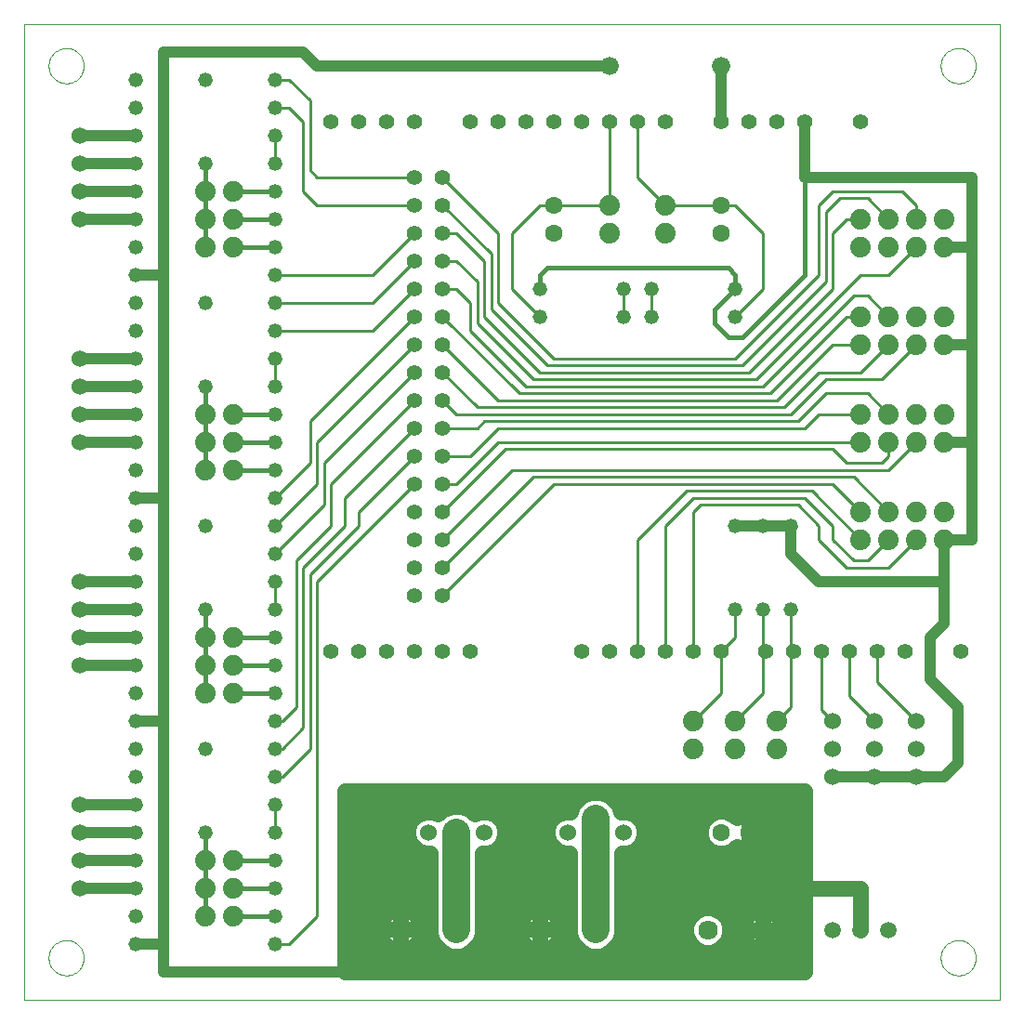
<source format=gbr>
G75*
G70*
%OFA0B0*%
%FSLAX24Y24*%
%IPPOS*%
%LPD*%
%AMOC8*
5,1,8,0,0,1.08239X$1,22.5*
%
%ADD10C,0.0000*%
%ADD11C,0.0600*%
%ADD12C,0.0554*%
%ADD13C,0.0705*%
%ADD14C,0.0787*%
%ADD15C,0.0630*%
%ADD16C,0.0660*%
%ADD17C,0.0594*%
%ADD18C,0.0520*%
%ADD19C,0.0740*%
%ADD20C,0.0400*%
%ADD21C,0.0160*%
%ADD22C,0.0560*%
%ADD23C,0.1000*%
%ADD24C,0.0100*%
%ADD25C,0.0094*%
D10*
X000101Y000101D02*
X035101Y000101D01*
X035101Y035101D01*
X000101Y035101D01*
X000101Y000101D01*
X000971Y001601D02*
X000973Y001651D01*
X000979Y001701D01*
X000989Y001750D01*
X001003Y001798D01*
X001020Y001845D01*
X001041Y001890D01*
X001066Y001934D01*
X001094Y001975D01*
X001126Y002014D01*
X001160Y002051D01*
X001197Y002085D01*
X001237Y002115D01*
X001279Y002142D01*
X001323Y002166D01*
X001369Y002187D01*
X001416Y002203D01*
X001464Y002216D01*
X001514Y002225D01*
X001563Y002230D01*
X001614Y002231D01*
X001664Y002228D01*
X001713Y002221D01*
X001762Y002210D01*
X001810Y002195D01*
X001856Y002177D01*
X001901Y002155D01*
X001944Y002129D01*
X001985Y002100D01*
X002024Y002068D01*
X002060Y002033D01*
X002092Y001995D01*
X002122Y001955D01*
X002149Y001912D01*
X002172Y001868D01*
X002191Y001822D01*
X002207Y001774D01*
X002219Y001725D01*
X002227Y001676D01*
X002231Y001626D01*
X002231Y001576D01*
X002227Y001526D01*
X002219Y001477D01*
X002207Y001428D01*
X002191Y001380D01*
X002172Y001334D01*
X002149Y001290D01*
X002122Y001247D01*
X002092Y001207D01*
X002060Y001169D01*
X002024Y001134D01*
X001985Y001102D01*
X001944Y001073D01*
X001901Y001047D01*
X001856Y001025D01*
X001810Y001007D01*
X001762Y000992D01*
X001713Y000981D01*
X001664Y000974D01*
X001614Y000971D01*
X001563Y000972D01*
X001514Y000977D01*
X001464Y000986D01*
X001416Y000999D01*
X001369Y001015D01*
X001323Y001036D01*
X001279Y001060D01*
X001237Y001087D01*
X001197Y001117D01*
X001160Y001151D01*
X001126Y001188D01*
X001094Y001227D01*
X001066Y001268D01*
X001041Y001312D01*
X001020Y001357D01*
X001003Y001404D01*
X000989Y001452D01*
X000979Y001501D01*
X000973Y001551D01*
X000971Y001601D01*
X032971Y001601D02*
X032973Y001651D01*
X032979Y001701D01*
X032989Y001750D01*
X033003Y001798D01*
X033020Y001845D01*
X033041Y001890D01*
X033066Y001934D01*
X033094Y001975D01*
X033126Y002014D01*
X033160Y002051D01*
X033197Y002085D01*
X033237Y002115D01*
X033279Y002142D01*
X033323Y002166D01*
X033369Y002187D01*
X033416Y002203D01*
X033464Y002216D01*
X033514Y002225D01*
X033563Y002230D01*
X033614Y002231D01*
X033664Y002228D01*
X033713Y002221D01*
X033762Y002210D01*
X033810Y002195D01*
X033856Y002177D01*
X033901Y002155D01*
X033944Y002129D01*
X033985Y002100D01*
X034024Y002068D01*
X034060Y002033D01*
X034092Y001995D01*
X034122Y001955D01*
X034149Y001912D01*
X034172Y001868D01*
X034191Y001822D01*
X034207Y001774D01*
X034219Y001725D01*
X034227Y001676D01*
X034231Y001626D01*
X034231Y001576D01*
X034227Y001526D01*
X034219Y001477D01*
X034207Y001428D01*
X034191Y001380D01*
X034172Y001334D01*
X034149Y001290D01*
X034122Y001247D01*
X034092Y001207D01*
X034060Y001169D01*
X034024Y001134D01*
X033985Y001102D01*
X033944Y001073D01*
X033901Y001047D01*
X033856Y001025D01*
X033810Y001007D01*
X033762Y000992D01*
X033713Y000981D01*
X033664Y000974D01*
X033614Y000971D01*
X033563Y000972D01*
X033514Y000977D01*
X033464Y000986D01*
X033416Y000999D01*
X033369Y001015D01*
X033323Y001036D01*
X033279Y001060D01*
X033237Y001087D01*
X033197Y001117D01*
X033160Y001151D01*
X033126Y001188D01*
X033094Y001227D01*
X033066Y001268D01*
X033041Y001312D01*
X033020Y001357D01*
X033003Y001404D01*
X032989Y001452D01*
X032979Y001501D01*
X032973Y001551D01*
X032971Y001601D01*
X032971Y033601D02*
X032973Y033651D01*
X032979Y033701D01*
X032989Y033750D01*
X033003Y033798D01*
X033020Y033845D01*
X033041Y033890D01*
X033066Y033934D01*
X033094Y033975D01*
X033126Y034014D01*
X033160Y034051D01*
X033197Y034085D01*
X033237Y034115D01*
X033279Y034142D01*
X033323Y034166D01*
X033369Y034187D01*
X033416Y034203D01*
X033464Y034216D01*
X033514Y034225D01*
X033563Y034230D01*
X033614Y034231D01*
X033664Y034228D01*
X033713Y034221D01*
X033762Y034210D01*
X033810Y034195D01*
X033856Y034177D01*
X033901Y034155D01*
X033944Y034129D01*
X033985Y034100D01*
X034024Y034068D01*
X034060Y034033D01*
X034092Y033995D01*
X034122Y033955D01*
X034149Y033912D01*
X034172Y033868D01*
X034191Y033822D01*
X034207Y033774D01*
X034219Y033725D01*
X034227Y033676D01*
X034231Y033626D01*
X034231Y033576D01*
X034227Y033526D01*
X034219Y033477D01*
X034207Y033428D01*
X034191Y033380D01*
X034172Y033334D01*
X034149Y033290D01*
X034122Y033247D01*
X034092Y033207D01*
X034060Y033169D01*
X034024Y033134D01*
X033985Y033102D01*
X033944Y033073D01*
X033901Y033047D01*
X033856Y033025D01*
X033810Y033007D01*
X033762Y032992D01*
X033713Y032981D01*
X033664Y032974D01*
X033614Y032971D01*
X033563Y032972D01*
X033514Y032977D01*
X033464Y032986D01*
X033416Y032999D01*
X033369Y033015D01*
X033323Y033036D01*
X033279Y033060D01*
X033237Y033087D01*
X033197Y033117D01*
X033160Y033151D01*
X033126Y033188D01*
X033094Y033227D01*
X033066Y033268D01*
X033041Y033312D01*
X033020Y033357D01*
X033003Y033404D01*
X032989Y033452D01*
X032979Y033501D01*
X032973Y033551D01*
X032971Y033601D01*
X000971Y033601D02*
X000973Y033651D01*
X000979Y033701D01*
X000989Y033750D01*
X001003Y033798D01*
X001020Y033845D01*
X001041Y033890D01*
X001066Y033934D01*
X001094Y033975D01*
X001126Y034014D01*
X001160Y034051D01*
X001197Y034085D01*
X001237Y034115D01*
X001279Y034142D01*
X001323Y034166D01*
X001369Y034187D01*
X001416Y034203D01*
X001464Y034216D01*
X001514Y034225D01*
X001563Y034230D01*
X001614Y034231D01*
X001664Y034228D01*
X001713Y034221D01*
X001762Y034210D01*
X001810Y034195D01*
X001856Y034177D01*
X001901Y034155D01*
X001944Y034129D01*
X001985Y034100D01*
X002024Y034068D01*
X002060Y034033D01*
X002092Y033995D01*
X002122Y033955D01*
X002149Y033912D01*
X002172Y033868D01*
X002191Y033822D01*
X002207Y033774D01*
X002219Y033725D01*
X002227Y033676D01*
X002231Y033626D01*
X002231Y033576D01*
X002227Y033526D01*
X002219Y033477D01*
X002207Y033428D01*
X002191Y033380D01*
X002172Y033334D01*
X002149Y033290D01*
X002122Y033247D01*
X002092Y033207D01*
X002060Y033169D01*
X002024Y033134D01*
X001985Y033102D01*
X001944Y033073D01*
X001901Y033047D01*
X001856Y033025D01*
X001810Y033007D01*
X001762Y032992D01*
X001713Y032981D01*
X001664Y032974D01*
X001614Y032971D01*
X001563Y032972D01*
X001514Y032977D01*
X001464Y032986D01*
X001416Y032999D01*
X001369Y033015D01*
X001323Y033036D01*
X001279Y033060D01*
X001237Y033087D01*
X001197Y033117D01*
X001160Y033151D01*
X001126Y033188D01*
X001094Y033227D01*
X001066Y033268D01*
X001041Y033312D01*
X001020Y033357D01*
X001003Y033404D01*
X000989Y033452D01*
X000979Y033501D01*
X000973Y033551D01*
X000971Y033601D01*
D11*
X002101Y031101D03*
X002101Y030101D03*
X002101Y029101D03*
X002101Y028101D03*
X002101Y023101D03*
X002101Y022101D03*
X002101Y021101D03*
X002101Y020101D03*
X002101Y015101D03*
X002101Y014101D03*
X002101Y013101D03*
X002101Y012101D03*
X002101Y007101D03*
X002101Y006101D03*
X002101Y005101D03*
X002101Y004101D03*
X014601Y006101D03*
X015601Y006101D03*
X016601Y006101D03*
X019601Y006101D03*
X020601Y006101D03*
X021601Y006101D03*
X029101Y008101D03*
X029101Y009101D03*
X029101Y010101D03*
X030601Y010101D03*
X030601Y009101D03*
X030601Y008101D03*
X032101Y008101D03*
X032101Y009101D03*
X032101Y010101D03*
D12*
X031701Y012601D03*
X030701Y012601D03*
X029701Y012601D03*
X028701Y012601D03*
X027701Y012601D03*
X026701Y012601D03*
X025101Y012601D03*
X024101Y012601D03*
X023101Y012601D03*
X022101Y012601D03*
X021101Y012601D03*
X020101Y012601D03*
X016101Y012601D03*
X015101Y012601D03*
X014101Y012601D03*
X013101Y012601D03*
X012101Y012601D03*
X011101Y012601D03*
X014101Y014601D03*
X014101Y015601D03*
X014101Y016601D03*
X014101Y017601D03*
X014101Y018601D03*
X014101Y019601D03*
X014101Y020601D03*
X014101Y021601D03*
X014101Y022601D03*
X014101Y023601D03*
X014101Y024601D03*
X014101Y025601D03*
X014101Y026601D03*
X014101Y027601D03*
X014101Y028601D03*
X014101Y029601D03*
X015101Y029601D03*
X015101Y028601D03*
X015101Y027601D03*
X015101Y026601D03*
X015101Y025601D03*
X015101Y024601D03*
X015101Y023601D03*
X015101Y022601D03*
X015101Y021601D03*
X015101Y020601D03*
X015101Y019601D03*
X015101Y018601D03*
X015101Y017601D03*
X015101Y016601D03*
X015101Y015601D03*
X015101Y014601D03*
X014101Y031601D03*
X013101Y031601D03*
X012101Y031601D03*
X011101Y031601D03*
X016101Y031601D03*
X017101Y031601D03*
X018101Y031601D03*
X019101Y031601D03*
X020101Y031601D03*
X021101Y031601D03*
X022101Y031601D03*
X023101Y031601D03*
X025101Y031601D03*
X026101Y031601D03*
X027101Y031601D03*
X028101Y031601D03*
X030101Y031601D03*
X033701Y012601D03*
D13*
X026585Y002601D03*
X024617Y002601D03*
D14*
X020592Y002611D03*
X018592Y002611D03*
X015592Y002611D03*
X013592Y002611D03*
D15*
X025101Y006101D03*
X026101Y006101D03*
X025101Y027601D03*
X025101Y028601D03*
X019101Y028601D03*
X019101Y027601D03*
D16*
X021101Y033601D03*
X025101Y033601D03*
D17*
X029101Y002601D03*
X030101Y002601D03*
X031101Y002601D03*
D18*
X027601Y014101D03*
X026601Y014101D03*
X025601Y014101D03*
X025601Y017101D03*
X026601Y017101D03*
X027601Y017101D03*
X025601Y024601D03*
X025601Y025601D03*
X022601Y025601D03*
X021601Y025601D03*
X021601Y024601D03*
X022601Y024601D03*
X018601Y024601D03*
X018601Y025601D03*
X009101Y026101D03*
X009101Y027101D03*
X009101Y028101D03*
X009101Y029101D03*
X009101Y030101D03*
X009101Y031101D03*
X009101Y032101D03*
X009101Y033101D03*
X006601Y033101D03*
X004101Y033101D03*
X004101Y032101D03*
X004101Y031101D03*
X004101Y030101D03*
X004101Y029101D03*
X004101Y028101D03*
X004101Y027101D03*
X004101Y026101D03*
X004101Y025101D03*
X004101Y024101D03*
X004101Y023101D03*
X004101Y022101D03*
X004101Y021101D03*
X004101Y020101D03*
X004101Y019101D03*
X004101Y018101D03*
X004101Y017101D03*
X004101Y016101D03*
X004101Y015101D03*
X004101Y014101D03*
X004101Y013101D03*
X004101Y012101D03*
X004101Y011101D03*
X004101Y010101D03*
X004101Y009101D03*
X004101Y008101D03*
X004101Y007101D03*
X004101Y006101D03*
X004101Y005101D03*
X004101Y004101D03*
X004101Y003101D03*
X004101Y002101D03*
X006601Y006101D03*
X009101Y006101D03*
X009101Y007101D03*
X009101Y008101D03*
X009101Y009101D03*
X009101Y010101D03*
X009101Y011101D03*
X009101Y012101D03*
X009101Y013101D03*
X009101Y014101D03*
X009101Y015101D03*
X009101Y016101D03*
X009101Y017101D03*
X009101Y018101D03*
X009101Y019101D03*
X009101Y020101D03*
X009101Y021101D03*
X009101Y022101D03*
X009101Y023101D03*
X009101Y024101D03*
X009101Y025101D03*
X006601Y025101D03*
X006601Y022101D03*
X006601Y017101D03*
X006601Y014101D03*
X006601Y009101D03*
X009101Y005101D03*
X009101Y004101D03*
X009101Y003101D03*
X009101Y002101D03*
X006601Y030101D03*
D19*
X006601Y029101D03*
X007601Y029101D03*
X007601Y028101D03*
X007601Y027101D03*
X006601Y027101D03*
X006601Y028101D03*
X006601Y021101D03*
X006601Y020101D03*
X007601Y020101D03*
X007601Y021101D03*
X007601Y019101D03*
X006601Y019101D03*
X006601Y013101D03*
X007601Y013101D03*
X007601Y012101D03*
X007601Y011101D03*
X006601Y011101D03*
X006601Y012101D03*
X006601Y005101D03*
X007601Y005101D03*
X007601Y004101D03*
X007601Y003101D03*
X006601Y003101D03*
X006601Y004101D03*
X024101Y009101D03*
X024101Y010101D03*
X025601Y010101D03*
X025601Y009101D03*
X027101Y009101D03*
X027101Y010101D03*
X030101Y016601D03*
X030101Y017601D03*
X031101Y017601D03*
X031101Y016601D03*
X032101Y016601D03*
X032101Y017601D03*
X033101Y017601D03*
X033101Y016601D03*
X033101Y020101D03*
X033101Y021101D03*
X032101Y021101D03*
X032101Y020101D03*
X031101Y020101D03*
X031101Y021101D03*
X030101Y021101D03*
X030101Y020101D03*
X030101Y023601D03*
X030101Y024601D03*
X031101Y024601D03*
X031101Y023601D03*
X032101Y023601D03*
X032101Y024601D03*
X033101Y024601D03*
X033101Y023601D03*
X033101Y027101D03*
X032101Y027101D03*
X032101Y028101D03*
X033101Y028101D03*
X031101Y028101D03*
X031101Y027101D03*
X030101Y027101D03*
X030101Y028101D03*
X023101Y028601D03*
X023101Y027601D03*
X021101Y027601D03*
X021101Y028601D03*
D20*
X025101Y031601D02*
X025101Y033601D01*
X028101Y031601D02*
X028101Y029601D01*
X034101Y029601D01*
X034101Y027101D01*
X034101Y023601D01*
X034101Y020101D01*
X034101Y016601D01*
X033101Y016601D01*
X033101Y015101D01*
X028601Y015101D01*
X027601Y016101D01*
X027601Y017101D01*
X026601Y017101D01*
X025601Y017101D01*
X032601Y013101D02*
X032601Y011601D01*
X033601Y010601D01*
X033601Y008601D01*
X033101Y008101D01*
X032101Y008101D01*
X030601Y008101D01*
X029101Y008101D01*
X032601Y013101D02*
X033101Y013601D01*
X033101Y015101D01*
X033101Y020101D02*
X034101Y020101D01*
X034101Y023601D02*
X033101Y023601D01*
X033101Y027101D02*
X034101Y027101D01*
X021101Y033601D02*
X010601Y033601D01*
X010101Y034101D01*
X005101Y034101D01*
X005101Y026101D01*
X005101Y018101D01*
X005101Y010101D01*
X004101Y010101D01*
X005101Y010101D02*
X005101Y002101D01*
X004101Y002101D01*
X005101Y002101D02*
X005101Y001101D01*
X013601Y001101D01*
X004101Y004101D02*
X002101Y004101D01*
X002101Y005101D02*
X004101Y005101D01*
X004101Y006101D02*
X002101Y006101D01*
X002101Y007101D02*
X004101Y007101D01*
X004101Y012101D02*
X002101Y012101D01*
X002101Y013101D02*
X004101Y013101D01*
X004101Y014101D02*
X002101Y014101D01*
X002101Y015101D02*
X004101Y015101D01*
X004101Y018101D02*
X005101Y018101D01*
X004101Y020101D02*
X002101Y020101D01*
X002101Y021101D02*
X004101Y021101D01*
X004101Y022101D02*
X002101Y022101D01*
X002101Y023101D02*
X004101Y023101D01*
X004101Y026101D02*
X005101Y026101D01*
X004101Y028101D02*
X002101Y028101D01*
X002101Y029101D02*
X004101Y029101D01*
X004101Y030101D02*
X002101Y030101D01*
X002101Y031101D02*
X004101Y031101D01*
D21*
X006601Y030101D02*
X006601Y029101D01*
X006601Y028101D01*
X006601Y027101D01*
X007601Y027101D02*
X009101Y027101D01*
X009101Y028101D02*
X007601Y028101D01*
X007601Y029101D02*
X009101Y029101D01*
X006601Y022101D02*
X006601Y021101D01*
X006601Y020101D01*
X006601Y019101D01*
X007601Y019101D02*
X009101Y019101D01*
X009101Y020101D02*
X007601Y020101D01*
X007601Y021101D02*
X009101Y021101D01*
X006601Y014101D02*
X006601Y013101D01*
X006601Y012101D01*
X006601Y011101D01*
X007601Y011101D02*
X009101Y011101D01*
X009101Y012101D02*
X007601Y012101D01*
X007601Y013101D02*
X009101Y013101D01*
X006601Y006101D02*
X006601Y005101D01*
X006601Y004101D01*
X006601Y003101D01*
X007601Y003101D02*
X009101Y003101D01*
X009101Y004101D02*
X007601Y004101D01*
X007601Y005101D02*
X009101Y005101D01*
X025351Y023851D02*
X025851Y023851D01*
X028101Y026101D01*
X028101Y029601D01*
X025351Y026351D02*
X025601Y026101D01*
X025601Y025601D01*
X024851Y024851D01*
X024851Y024351D01*
X025351Y023851D01*
X025351Y026351D02*
X018851Y026351D01*
X018601Y026101D01*
X018601Y025601D01*
D22*
X020405Y007532D02*
X020398Y007529D01*
X020390Y007529D01*
X020225Y007458D01*
X020060Y007389D01*
X020054Y007384D01*
X020047Y007380D01*
X019922Y007251D01*
X019796Y007125D01*
X019792Y007117D01*
X019787Y007111D01*
X019721Y006944D01*
X019678Y006841D01*
X019454Y006841D01*
X019182Y006728D01*
X018973Y006520D01*
X018861Y006248D01*
X018861Y005954D01*
X018973Y005682D01*
X019182Y005473D01*
X019454Y005361D01*
X019652Y005361D01*
X019652Y002424D01*
X019796Y002078D01*
X020060Y001814D01*
X020405Y001671D01*
X020779Y001671D01*
X021125Y001814D01*
X021389Y002078D01*
X021532Y002424D01*
X021532Y005361D01*
X021748Y005361D01*
X022020Y005473D01*
X022228Y005682D01*
X022341Y005954D01*
X022341Y006248D01*
X022228Y006520D01*
X022020Y006728D01*
X021748Y006841D01*
X021509Y006841D01*
X021458Y006960D01*
X021389Y007125D01*
X021384Y007131D01*
X021380Y007138D01*
X021251Y007263D01*
X021125Y007389D01*
X021117Y007392D01*
X021111Y007398D01*
X020944Y007464D01*
X020779Y007532D01*
X020771Y007532D01*
X020764Y007535D01*
X020585Y007532D01*
X020405Y007532D01*
X020029Y007362D02*
X011601Y007362D01*
X011601Y007601D02*
X011601Y001101D01*
X028101Y001101D01*
X028101Y007601D01*
X011601Y007601D01*
X011601Y006803D02*
X014363Y006803D01*
X014454Y006841D02*
X014182Y006728D01*
X013973Y006520D01*
X013861Y006248D01*
X013861Y005954D01*
X013973Y005682D01*
X014182Y005473D01*
X014454Y005361D01*
X014661Y005361D01*
X014661Y002818D01*
X014652Y002798D01*
X014652Y002424D01*
X014796Y002078D01*
X015060Y001814D01*
X015405Y001671D01*
X015779Y001671D01*
X016125Y001814D01*
X016398Y002086D01*
X016541Y002432D01*
X016541Y002806D01*
X016541Y005361D01*
X016748Y005361D01*
X017020Y005473D01*
X017228Y005682D01*
X017341Y005954D01*
X017341Y006248D01*
X017228Y006520D01*
X017020Y006728D01*
X016748Y006841D01*
X016454Y006841D01*
X016267Y006764D01*
X016133Y006898D01*
X015788Y007041D01*
X015414Y007041D01*
X015068Y006898D01*
X014934Y006764D01*
X014748Y006841D01*
X014454Y006841D01*
X014838Y006803D02*
X014974Y006803D01*
X013861Y006245D02*
X011601Y006245D01*
X011601Y005686D02*
X013971Y005686D01*
X014661Y005128D02*
X011601Y005128D01*
X011601Y004569D02*
X014661Y004569D01*
X014661Y004011D02*
X011601Y004011D01*
X011601Y003452D02*
X014661Y003452D01*
X014661Y002894D02*
X014313Y002894D01*
X014327Y002860D02*
X014288Y002954D01*
X014237Y003041D01*
X014175Y003122D01*
X014104Y003194D01*
X014023Y003255D01*
X013935Y003306D01*
X013842Y003345D01*
X013744Y003371D01*
X013643Y003384D01*
X013593Y003384D01*
X013593Y002611D01*
X014366Y002611D01*
X014366Y002661D01*
X014353Y002762D01*
X014327Y002860D01*
X014366Y002610D02*
X013593Y002610D01*
X013593Y002611D01*
X013592Y002611D01*
X013592Y002610D01*
X013593Y002610D01*
X013593Y001837D01*
X013643Y001837D01*
X013744Y001850D01*
X013842Y001876D01*
X013935Y001915D01*
X014023Y001966D01*
X014104Y002028D01*
X014175Y002099D01*
X014237Y002180D01*
X014288Y002268D01*
X014327Y002361D01*
X014353Y002459D01*
X014366Y002560D01*
X014366Y002610D01*
X014316Y002335D02*
X014689Y002335D01*
X015150Y001776D02*
X011601Y001776D01*
X011601Y002335D02*
X012869Y002335D01*
X012858Y002361D02*
X012897Y002268D01*
X012948Y002180D01*
X013010Y002099D01*
X013081Y002028D01*
X013162Y001966D01*
X013250Y001915D01*
X013343Y001876D01*
X013441Y001850D01*
X013542Y001837D01*
X013592Y001837D01*
X013592Y002610D01*
X012819Y002610D01*
X012819Y002560D01*
X012832Y002459D01*
X012858Y002361D01*
X012819Y002611D02*
X013592Y002611D01*
X013592Y003384D01*
X013542Y003384D01*
X013441Y003371D01*
X013343Y003345D01*
X013250Y003306D01*
X013162Y003255D01*
X013081Y003194D01*
X013010Y003122D01*
X012948Y003041D01*
X012897Y002954D01*
X012858Y002860D01*
X012832Y002762D01*
X012819Y002661D01*
X012819Y002611D01*
X012872Y002894D02*
X011601Y002894D01*
X011601Y001218D02*
X028101Y001218D01*
X028101Y001776D02*
X021035Y001776D01*
X021496Y002335D02*
X023869Y002335D01*
X023824Y002443D02*
X023945Y002152D01*
X024168Y001929D01*
X024459Y001808D01*
X024774Y001808D01*
X025065Y001929D01*
X025288Y002152D01*
X025409Y002443D01*
X025409Y002758D01*
X025288Y003050D01*
X025065Y003273D01*
X024774Y003393D01*
X024459Y003393D01*
X024168Y003273D01*
X023945Y003050D01*
X023824Y002758D01*
X023824Y002443D01*
X023880Y002894D02*
X021532Y002894D01*
X021532Y003452D02*
X028101Y003452D01*
X028101Y002894D02*
X027257Y002894D01*
X027243Y002925D02*
X027195Y003009D01*
X027137Y003085D01*
X027069Y003153D01*
X026993Y003211D01*
X026910Y003259D01*
X026821Y003296D01*
X026728Y003321D01*
X026633Y003333D01*
X026585Y003333D01*
X026537Y003333D01*
X026442Y003321D01*
X026349Y003296D01*
X026260Y003259D01*
X026177Y003211D01*
X026101Y003153D01*
X026033Y003085D01*
X025975Y003009D01*
X025927Y002925D01*
X025890Y002837D01*
X025865Y002744D01*
X025853Y002649D01*
X025853Y002601D01*
X026585Y002601D01*
X026585Y004101D01*
X030101Y004101D01*
X030101Y002601D01*
X028101Y002335D02*
X027268Y002335D01*
X027280Y002365D02*
X027305Y002458D01*
X027318Y002553D01*
X027318Y002601D01*
X027318Y002649D01*
X027305Y002744D01*
X027280Y002837D01*
X027243Y002925D01*
X027318Y002601D02*
X026585Y002601D01*
X026585Y003333D01*
X026585Y002601D01*
X026585Y002601D01*
X026585Y002601D01*
X026585Y002601D01*
X025853Y002601D01*
X025853Y002553D01*
X025865Y002458D01*
X025890Y002365D01*
X025927Y002276D01*
X025975Y002193D01*
X026033Y002117D01*
X026101Y002049D01*
X026177Y001990D01*
X026260Y001942D01*
X026349Y001906D01*
X026442Y001881D01*
X026537Y001868D01*
X026585Y001868D01*
X026633Y001868D01*
X026728Y001881D01*
X026821Y001906D01*
X026910Y001942D01*
X026993Y001990D01*
X027069Y002049D01*
X027137Y002117D01*
X027195Y002193D01*
X027243Y002276D01*
X027280Y002365D01*
X027318Y002601D02*
X026585Y002601D01*
X026585Y002600D02*
X026585Y001868D01*
X026585Y002600D01*
X026585Y002600D01*
X026585Y002335D02*
X026585Y002335D01*
X026585Y002894D02*
X026585Y002894D01*
X025913Y002894D02*
X025353Y002894D01*
X025364Y002335D02*
X025902Y002335D01*
X026585Y004101D02*
X026585Y006085D01*
X026101Y006101D01*
X026796Y006101D01*
X026796Y006146D01*
X026784Y006237D01*
X026760Y006325D01*
X026725Y006409D01*
X026680Y006488D01*
X026624Y006560D01*
X026560Y006624D01*
X026488Y006680D01*
X026409Y006725D01*
X026325Y006760D01*
X026237Y006784D01*
X026146Y006796D01*
X026101Y006796D01*
X026101Y006101D01*
X026101Y006101D01*
X026101Y006101D01*
X026796Y006101D01*
X026796Y006055D01*
X026784Y005965D01*
X026760Y005877D01*
X026725Y005793D01*
X026680Y005714D01*
X026624Y005642D01*
X026560Y005577D01*
X026488Y005522D01*
X026409Y005476D01*
X026325Y005441D01*
X026237Y005418D01*
X026146Y005406D01*
X026101Y005406D01*
X026101Y006100D01*
X026101Y006100D01*
X026101Y005406D01*
X026055Y005406D01*
X025965Y005418D01*
X025877Y005441D01*
X025793Y005476D01*
X025714Y005522D01*
X025643Y005576D01*
X025528Y005461D01*
X025251Y005346D01*
X024951Y005346D01*
X024673Y005461D01*
X024461Y005673D01*
X024346Y005951D01*
X024346Y006251D01*
X024461Y006528D01*
X024673Y006741D01*
X024951Y006856D01*
X025251Y006856D01*
X025528Y006741D01*
X025643Y006626D01*
X025714Y006680D01*
X025793Y006725D01*
X025877Y006760D01*
X025965Y006784D01*
X026055Y006796D01*
X026101Y006796D01*
X026101Y006101D01*
X026101Y006245D02*
X026101Y006245D01*
X026101Y005686D02*
X026101Y005686D01*
X026659Y005686D02*
X028101Y005686D01*
X028101Y006245D02*
X026782Y006245D01*
X028101Y006803D02*
X025378Y006803D01*
X024824Y006803D02*
X021838Y006803D01*
X021152Y007362D02*
X028101Y007362D01*
X028101Y005128D02*
X021532Y005128D01*
X021532Y004569D02*
X028101Y004569D01*
X028101Y004011D02*
X021532Y004011D01*
X022230Y005686D02*
X024455Y005686D01*
X024346Y006245D02*
X022341Y006245D01*
X019652Y005128D02*
X016541Y005128D01*
X016541Y004569D02*
X019652Y004569D01*
X019652Y004011D02*
X016541Y004011D01*
X016541Y003452D02*
X019652Y003452D01*
X019652Y002894D02*
X019313Y002894D01*
X019327Y002860D02*
X019288Y002954D01*
X019237Y003041D01*
X019175Y003122D01*
X019104Y003194D01*
X019023Y003255D01*
X018935Y003306D01*
X018842Y003345D01*
X018744Y003371D01*
X018643Y003384D01*
X018593Y003384D01*
X018593Y002611D01*
X019366Y002611D01*
X019366Y002661D01*
X019353Y002762D01*
X019327Y002860D01*
X019366Y002610D02*
X018593Y002610D01*
X018593Y002611D01*
X018592Y002611D01*
X018592Y002610D01*
X018593Y002610D01*
X018593Y001837D01*
X018643Y001837D01*
X018744Y001850D01*
X018842Y001876D01*
X018935Y001915D01*
X019023Y001966D01*
X019104Y002028D01*
X019175Y002099D01*
X019237Y002180D01*
X019288Y002268D01*
X019327Y002361D01*
X019353Y002459D01*
X019366Y002560D01*
X019366Y002610D01*
X019316Y002335D02*
X019689Y002335D01*
X020150Y001776D02*
X016035Y001776D01*
X016501Y002335D02*
X017869Y002335D01*
X017858Y002361D02*
X017897Y002268D01*
X017948Y002180D01*
X018010Y002099D01*
X018081Y002028D01*
X018162Y001966D01*
X018250Y001915D01*
X018343Y001876D01*
X018441Y001850D01*
X018542Y001837D01*
X018592Y001837D01*
X018592Y002610D01*
X017819Y002610D01*
X017819Y002560D01*
X017832Y002459D01*
X017858Y002361D01*
X017819Y002611D02*
X018592Y002611D01*
X018592Y003384D01*
X018542Y003384D01*
X018441Y003371D01*
X018343Y003345D01*
X018250Y003306D01*
X018162Y003255D01*
X018081Y003194D01*
X018010Y003122D01*
X017948Y003041D01*
X017897Y002954D01*
X017858Y002860D01*
X017832Y002762D01*
X017819Y002661D01*
X017819Y002611D01*
X017872Y002894D02*
X016541Y002894D01*
X018592Y002894D02*
X018593Y002894D01*
X018592Y002335D02*
X018593Y002335D01*
X018971Y005686D02*
X017230Y005686D01*
X017341Y006245D02*
X018861Y006245D01*
X019363Y006803D02*
X016838Y006803D01*
X016363Y006803D02*
X016228Y006803D01*
X013592Y002894D02*
X013593Y002894D01*
X013592Y002335D02*
X013593Y002335D01*
D23*
X015592Y002611D02*
X015601Y002619D01*
X015601Y006101D01*
X020601Y006101D02*
X020592Y006592D01*
X020592Y002611D01*
D24*
X024101Y010101D02*
X025101Y011101D01*
X025101Y012601D01*
X024101Y012601D02*
X024101Y017601D01*
X024351Y017851D01*
X027851Y017851D01*
X028601Y017101D01*
X028601Y016601D01*
X029601Y015601D01*
X031101Y015601D01*
X032101Y016601D01*
X031101Y016601D02*
X030351Y015851D01*
X029851Y015851D01*
X029101Y016601D01*
X029101Y017101D01*
X028101Y018101D01*
X024101Y018101D01*
X023101Y017101D01*
X023101Y012601D01*
X022101Y012601D02*
X022101Y016601D01*
X023851Y018351D01*
X028351Y018351D01*
X030101Y016601D01*
X030101Y017601D02*
X029101Y018601D01*
X019101Y018601D01*
X015101Y014601D01*
X015101Y015601D02*
X018351Y018851D01*
X029851Y018851D01*
X031101Y017601D01*
X031101Y019101D02*
X017601Y019101D01*
X015101Y016601D01*
X015101Y017601D02*
X017351Y019851D01*
X029101Y019851D01*
X029601Y019351D01*
X030851Y019351D01*
X031101Y019601D01*
X031101Y020101D01*
X031101Y021101D02*
X030351Y021851D01*
X028851Y021851D01*
X027851Y020851D01*
X016601Y020851D01*
X016351Y020601D01*
X015101Y020601D01*
X015601Y021101D02*
X027601Y021101D01*
X028851Y022351D01*
X030851Y022351D01*
X032101Y023601D01*
X031101Y023601D02*
X030101Y022601D01*
X028601Y022601D01*
X027351Y021351D01*
X016351Y021351D01*
X015101Y022601D01*
X015101Y023601D02*
X017101Y021601D01*
X027101Y021601D01*
X029101Y023601D01*
X030101Y023601D01*
X030101Y024601D02*
X029601Y024601D01*
X026851Y021851D01*
X017851Y021851D01*
X015101Y024601D01*
X016101Y025101D02*
X016101Y024101D01*
X018101Y022101D01*
X026601Y022101D01*
X029851Y025351D01*
X030351Y025351D01*
X031101Y024601D01*
X031101Y026101D02*
X030101Y026101D01*
X026351Y022351D01*
X018351Y022351D01*
X016351Y024351D01*
X016351Y025851D01*
X015601Y026601D01*
X015101Y026601D01*
X015101Y027601D02*
X015601Y027601D01*
X016601Y026601D01*
X016601Y024601D01*
X018601Y022601D01*
X026101Y022601D01*
X029101Y025601D01*
X029101Y027601D01*
X029601Y028101D01*
X030101Y028101D01*
X030351Y028851D02*
X029351Y028851D01*
X028851Y028351D01*
X028851Y025851D01*
X025851Y022851D01*
X018851Y022851D01*
X016851Y024851D01*
X016851Y026851D01*
X015101Y028601D01*
X015101Y029601D02*
X017101Y027601D01*
X017101Y025101D01*
X019101Y023101D01*
X025601Y023101D01*
X028601Y026101D01*
X028601Y028601D01*
X029101Y029101D01*
X031601Y029101D01*
X032101Y028601D01*
X032101Y028101D01*
X032101Y027101D02*
X031101Y026101D01*
X031101Y028101D02*
X030351Y028851D01*
X026601Y027601D02*
X026601Y025601D01*
X025601Y024601D01*
X022601Y024601D02*
X022601Y025601D01*
X021601Y025601D02*
X021601Y024601D01*
X018601Y024601D02*
X017601Y025601D01*
X017601Y027601D01*
X018601Y028601D01*
X019101Y028601D01*
X015601Y025601D02*
X016101Y025101D01*
X015601Y025601D02*
X015101Y025601D01*
X014101Y025601D02*
X012601Y024101D01*
X009101Y024101D01*
X009101Y025101D02*
X012601Y025101D01*
X014101Y026601D01*
X014101Y027601D02*
X012601Y026101D01*
X009101Y026101D01*
X010601Y028601D02*
X010101Y029101D01*
X010101Y031601D01*
X009601Y032101D01*
X009101Y032101D01*
X009101Y033101D02*
X009601Y033101D01*
X010351Y032351D01*
X010351Y029851D01*
X010601Y029601D01*
X014101Y029601D01*
X014101Y028601D02*
X010601Y028601D01*
X009101Y030101D02*
X009101Y031101D01*
X014101Y024601D02*
X010351Y020851D01*
X010351Y019351D01*
X009101Y018101D01*
X009101Y017101D02*
X010601Y018601D01*
X010601Y020101D01*
X014101Y023601D01*
X014101Y022601D02*
X010851Y019351D01*
X010851Y017851D01*
X009101Y016101D01*
X009851Y015851D02*
X011101Y017101D01*
X011101Y018601D01*
X014101Y021601D01*
X015101Y021601D02*
X015601Y021101D01*
X016101Y019601D02*
X017101Y020601D01*
X028101Y020601D01*
X028601Y021101D01*
X030101Y021101D01*
X030101Y020101D02*
X017101Y020101D01*
X015601Y018601D01*
X015101Y018601D01*
X015101Y019601D02*
X016101Y019601D01*
X014101Y019601D02*
X012101Y017601D01*
X012101Y017101D01*
X010351Y015351D01*
X010351Y009101D01*
X009351Y008101D01*
X009101Y008101D01*
X009101Y009101D02*
X009351Y009101D01*
X010101Y009851D01*
X010101Y015601D01*
X011601Y017101D01*
X011601Y018101D01*
X014101Y020601D01*
X014101Y018601D02*
X010601Y015101D01*
X010601Y003101D01*
X009601Y002101D01*
X009101Y002101D01*
X009101Y006101D02*
X009101Y007101D01*
X009101Y010101D02*
X009351Y010101D01*
X009851Y010601D01*
X009851Y015851D01*
X009101Y015101D02*
X009101Y014101D01*
X009101Y022101D02*
X009101Y023101D01*
X025101Y028601D02*
X025601Y028601D01*
X026601Y027601D01*
X032101Y020101D02*
X031101Y019101D01*
X030701Y012601D02*
X030701Y011501D01*
X032101Y010101D01*
X030601Y010101D02*
X029701Y011001D01*
X029701Y012601D01*
X028701Y012601D02*
X028701Y010501D01*
X029101Y010101D01*
X027601Y010601D02*
X027101Y010101D01*
X027601Y010601D02*
X027601Y012601D01*
X026601Y012601D02*
X026601Y011101D01*
X025601Y010101D01*
D25*
X025101Y012601D02*
X025601Y013101D01*
X025601Y014101D01*
X026601Y014101D02*
X026601Y012601D01*
X026701Y012601D01*
X027601Y012601D02*
X027701Y012601D01*
X027601Y012601D02*
X027601Y014101D01*
X025101Y028601D02*
X023101Y028601D01*
X022101Y029601D01*
X022101Y031601D01*
X021101Y031601D02*
X021101Y028601D01*
X019101Y028601D01*
M02*

</source>
